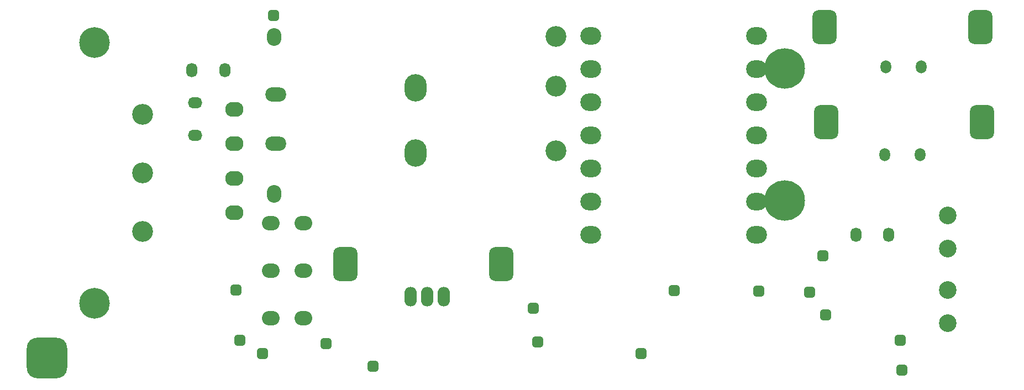
<source format=gts>
G04*
G04 #@! TF.GenerationSoftware,Altium Limited,Altium Designer,22.0.2 (36)*
G04*
G04 Layer_Color=8388736*
%FSLAX25Y25*%
%MOIN*%
G70*
G04*
G04 #@! TF.SameCoordinates,859FC916-3FFD-46C2-8808-FF4F4C249E12*
G04*
G04*
G04 #@! TF.FilePolarity,Negative*
G04*
G01*
G75*
%ADD14O,0.06706X0.08674*%
G04:AMPARAMS|DCode=15|XSize=67.06mil|YSize=67.06mil|CornerRadius=18.76mil|HoleSize=0mil|Usage=FLASHONLY|Rotation=90.000|XOffset=0mil|YOffset=0mil|HoleType=Round|Shape=RoundedRectangle|*
%AMROUNDEDRECTD15*
21,1,0.06706,0.02953,0,0,90.0*
21,1,0.02953,0.06706,0,0,90.0*
1,1,0.03753,0.01476,0.01476*
1,1,0.03753,0.01476,-0.01476*
1,1,0.03753,-0.01476,-0.01476*
1,1,0.03753,-0.01476,0.01476*
%
%ADD15ROUNDEDRECTD15*%
G04:AMPARAMS|DCode=16|XSize=244.22mil|YSize=244.22mil|CornerRadius=63.06mil|HoleSize=0mil|Usage=FLASHONLY|Rotation=0.000|XOffset=0mil|YOffset=0mil|HoleType=Round|Shape=RoundedRectangle|*
%AMROUNDEDRECTD16*
21,1,0.24422,0.11811,0,0,0.0*
21,1,0.11811,0.24422,0,0,0.0*
1,1,0.12611,0.05906,-0.05906*
1,1,0.12611,-0.05906,-0.05906*
1,1,0.12611,-0.05906,0.05906*
1,1,0.12611,0.05906,0.05906*
%
%ADD16ROUNDEDRECTD16*%
G04:AMPARAMS|DCode=17|XSize=67.06mil|YSize=67.06mil|CornerRadius=18.76mil|HoleSize=0mil|Usage=FLASHONLY|Rotation=180.000|XOffset=0mil|YOffset=0mil|HoleType=Round|Shape=RoundedRectangle|*
%AMROUNDEDRECTD17*
21,1,0.06706,0.02953,0,0,180.0*
21,1,0.02953,0.06706,0,0,180.0*
1,1,0.03753,-0.01476,0.01476*
1,1,0.03753,0.01476,0.01476*
1,1,0.03753,0.01476,-0.01476*
1,1,0.03753,-0.01476,-0.01476*
%
%ADD17ROUNDEDRECTD17*%
%ADD18O,0.07414X0.11824*%
G04:AMPARAMS|DCode=19|XSize=145.8mil|YSize=204.85mil|CornerRadius=38.45mil|HoleSize=0mil|Usage=FLASHONLY|Rotation=0.000|XOffset=0mil|YOffset=0mil|HoleType=Round|Shape=RoundedRectangle|*
%AMROUNDEDRECTD19*
21,1,0.14580,0.12795,0,0,0.0*
21,1,0.06890,0.20485,0,0,0.0*
1,1,0.07690,0.03445,-0.06398*
1,1,0.07690,-0.03445,-0.06398*
1,1,0.07690,-0.03445,0.06398*
1,1,0.07690,0.03445,0.06398*
%
%ADD19ROUNDEDRECTD19*%
%ADD20C,0.24422*%
%ADD21C,0.12611*%
%ADD22O,0.12611X0.10642*%
%ADD23C,0.18517*%
%ADD24O,0.06469X0.07887*%
%ADD25C,0.10642*%
%ADD26O,0.13398X0.16548*%
%ADD27O,0.10642X0.08674*%
%ADD28O,0.11036X0.08989*%
%ADD29O,0.08674X0.10642*%
%ADD30O,0.12611X0.08674*%
%ADD31O,0.06706X0.08674*%
%ADD32O,0.08674X0.06706*%
D14*
X507874Y88583D02*
D03*
X527559D02*
D03*
D15*
X398219Y55027D02*
D03*
X133858Y55118D02*
D03*
X487795Y75984D02*
D03*
X449213Y54724D02*
D03*
X479921Y53937D02*
D03*
X378150Y16929D02*
D03*
X315721Y24041D02*
D03*
X534646Y24803D02*
D03*
X535630Y7087D02*
D03*
X136024Y24803D02*
D03*
X149803Y16929D02*
D03*
X216339Y9252D02*
D03*
X188189Y22835D02*
D03*
X312992Y44291D02*
D03*
X156472Y221046D02*
D03*
D16*
X19761Y14106D02*
D03*
D17*
X489370Y40157D02*
D03*
D18*
X259105Y51177D02*
D03*
X249105D02*
D03*
X239105D02*
D03*
D19*
X293950Y70827D02*
D03*
X199987D02*
D03*
X489700Y156496D02*
D03*
X583662D02*
D03*
X582803Y213843D02*
D03*
X488841D02*
D03*
D20*
X464761Y188785D02*
D03*
Y109248D02*
D03*
D21*
X326966Y139147D02*
D03*
Y178316D02*
D03*
Y208350D02*
D03*
X77362Y161417D02*
D03*
Y125984D02*
D03*
Y90551D02*
D03*
D22*
X347832Y208618D02*
D03*
Y188618D02*
D03*
Y168618D02*
D03*
Y148618D02*
D03*
Y128618D02*
D03*
Y108618D02*
D03*
Y88618D02*
D03*
X447832Y208618D02*
D03*
Y188618D02*
D03*
Y168618D02*
D03*
Y148618D02*
D03*
Y128618D02*
D03*
Y108618D02*
D03*
Y88618D02*
D03*
D23*
X48622Y204724D02*
D03*
Y47244D02*
D03*
D24*
X525785Y189957D02*
D03*
X547045D02*
D03*
X525194Y137075D02*
D03*
X546454D02*
D03*
D25*
X562992Y80394D02*
D03*
Y100394D02*
D03*
Y35118D02*
D03*
Y55118D02*
D03*
D26*
X242320Y177162D02*
D03*
Y137792D02*
D03*
D27*
X154722Y95451D02*
D03*
X174407D02*
D03*
X154722Y38365D02*
D03*
X174407D02*
D03*
X154722Y66908D02*
D03*
X174407D02*
D03*
D28*
X132874Y164370D02*
D03*
Y143504D02*
D03*
Y122638D02*
D03*
Y101772D02*
D03*
D29*
X156693Y207874D02*
D03*
Y113386D02*
D03*
D30*
X157675Y173225D02*
D03*
Y143697D02*
D03*
D31*
X127126Y187992D02*
D03*
X107126D02*
D03*
D32*
X109252Y148622D02*
D03*
Y168307D02*
D03*
M02*

</source>
